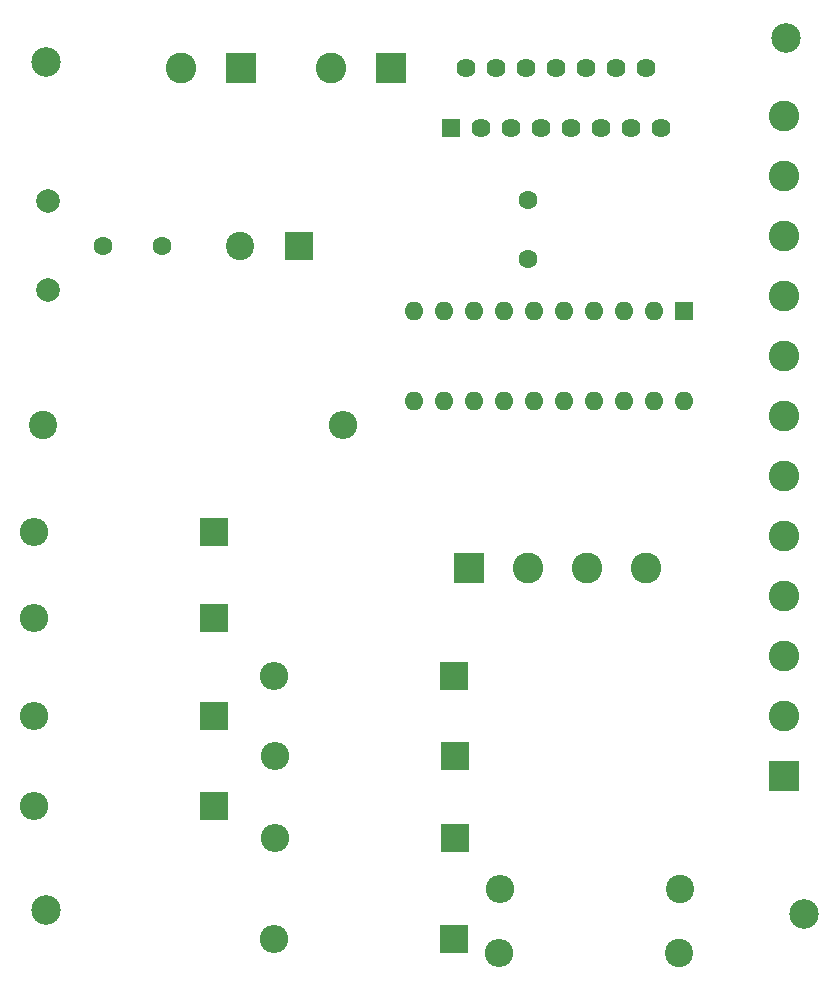
<source format=gbr>
%TF.GenerationSoftware,KiCad,Pcbnew,(6.0.6)*%
%TF.CreationDate,2022-07-15T00:25:02-04:00*%
%TF.ProjectId,Two Phase Bipolar Stepper Motor,54776f20-5068-4617-9365-204269706f6c,#1*%
%TF.SameCoordinates,Original*%
%TF.FileFunction,Soldermask,Top*%
%TF.FilePolarity,Negative*%
%FSLAX46Y46*%
G04 Gerber Fmt 4.6, Leading zero omitted, Abs format (unit mm)*
G04 Created by KiCad (PCBNEW (6.0.6)) date 2022-07-15 00:25:02*
%MOMM*%
%LPD*%
G01*
G04 APERTURE LIST*
%ADD10O,2.400000X2.400000*%
%ADD11R,2.400000X2.400000*%
%ADD12C,2.500000*%
%ADD13R,2.600000X2.600000*%
%ADD14C,2.600000*%
%ADD15C,2.400000*%
%ADD16R,1.600000X1.600000*%
%ADD17O,1.600000X1.600000*%
%ADD18C,1.600000*%
%ADD19C,2.000000*%
%ADD20R,1.620000X1.620000*%
%ADD21C,1.620000*%
G04 APERTURE END LIST*
D10*
%TO.C,D4*%
X218230000Y-117500000D03*
D11*
X233470000Y-117500000D03*
%TD*%
D12*
%TO.C,REF\u002A\u002A*%
X198950000Y-65500000D03*
%TD*%
%TO.C,REF\u002A\u002A*%
X198950000Y-137300000D03*
%TD*%
%TO.C,REF\u002A\u002A*%
X263125000Y-137650000D03*
%TD*%
%TO.C,REF\u002A\u002A*%
X261600000Y-63500000D03*
%TD*%
D11*
%TO.C,D6*%
X213150000Y-120830000D03*
D10*
X197910000Y-120830000D03*
%TD*%
D13*
%TO.C,J3*%
X261417000Y-125984000D03*
D14*
X261417000Y-120904000D03*
X261417000Y-115824000D03*
X261417000Y-110744000D03*
X261417000Y-105664000D03*
X261417000Y-100584000D03*
X261417000Y-95504000D03*
X261417000Y-90424000D03*
X261417000Y-85344000D03*
X261417000Y-80264000D03*
X261417000Y-75184000D03*
X261417000Y-70104000D03*
%TD*%
D10*
%TO.C,RS1*%
X237280000Y-140950000D03*
D15*
X252520000Y-140950000D03*
%TD*%
D13*
%TO.C,J2*%
X228092000Y-66040000D03*
D14*
X223012000Y-66040000D03*
%TD*%
D11*
%TO.C,D7*%
X213150000Y-112575000D03*
D10*
X197910000Y-112575000D03*
%TD*%
D15*
%TO.C,C4*%
X215356000Y-81050000D03*
D11*
X220356000Y-81050000D03*
%TD*%
D10*
%TO.C,R1*%
X224100000Y-96200000D03*
D15*
X198700000Y-96200000D03*
%TD*%
D10*
%TO.C,D1*%
X218230000Y-139750000D03*
D11*
X233470000Y-139750000D03*
%TD*%
D16*
%TO.C,U1*%
X252900000Y-86600000D03*
D17*
X250360000Y-86600000D03*
X247820000Y-86600000D03*
X245280000Y-86600000D03*
X242740000Y-86600000D03*
X240200000Y-86600000D03*
X237660000Y-86600000D03*
X235120000Y-86600000D03*
X232580000Y-86600000D03*
X230040000Y-86600000D03*
X230040000Y-94220000D03*
X232580000Y-94220000D03*
X235120000Y-94220000D03*
X237660000Y-94220000D03*
X240200000Y-94220000D03*
X242740000Y-94220000D03*
X245280000Y-94220000D03*
X247820000Y-94220000D03*
X250360000Y-94220000D03*
X252900000Y-94220000D03*
%TD*%
D15*
%TO.C,RS2*%
X252570000Y-135550000D03*
D10*
X237330000Y-135550000D03*
%TD*%
%TO.C,D8*%
X197910000Y-105300000D03*
D11*
X213150000Y-105300000D03*
%TD*%
D18*
%TO.C,C3*%
X208712000Y-81050000D03*
X203712000Y-81050000D03*
%TD*%
%TO.C,C2*%
X239750000Y-77150000D03*
X239750000Y-82150000D03*
%TD*%
D14*
%TO.C,J1*%
X210312000Y-66040000D03*
D13*
X215392000Y-66040000D03*
%TD*%
%TO.C,J4*%
X234700000Y-108305000D03*
D14*
X239700000Y-108305000D03*
X244700000Y-108305000D03*
X249700000Y-108305000D03*
%TD*%
D11*
%TO.C,D5*%
X213150000Y-128450000D03*
D10*
X197910000Y-128450000D03*
%TD*%
%TO.C,D2*%
X218330000Y-131200000D03*
D11*
X233570000Y-131200000D03*
%TD*%
D19*
%TO.C,C1*%
X199100000Y-84800000D03*
X199100000Y-77300000D03*
%TD*%
D20*
%TO.C,U2*%
X233172000Y-71120000D03*
D21*
X234442000Y-66040000D03*
X235712000Y-71120000D03*
X236982000Y-66040000D03*
X238252000Y-71120000D03*
X239522000Y-66040000D03*
X240792000Y-71120000D03*
X242062000Y-66040000D03*
X243332000Y-71120000D03*
X244602000Y-66040000D03*
X245872000Y-71120000D03*
X247142000Y-66040000D03*
X248412000Y-71120000D03*
X249682000Y-66040000D03*
X250952000Y-71120000D03*
%TD*%
D10*
%TO.C,D3*%
X218330000Y-124250000D03*
D11*
X233570000Y-124250000D03*
%TD*%
M02*

</source>
